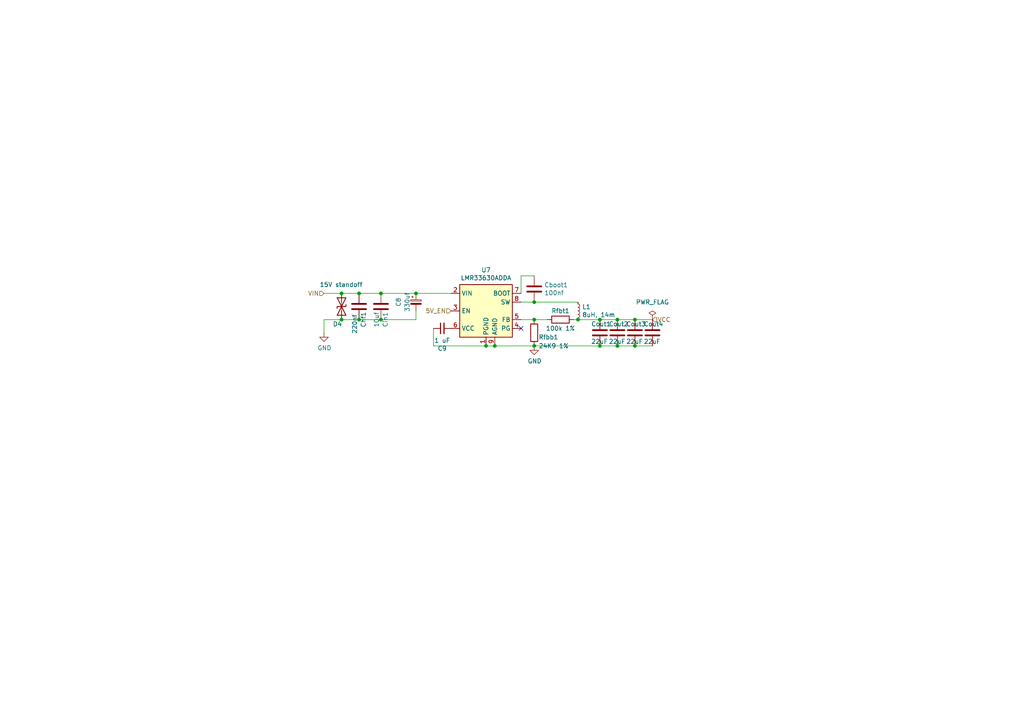
<source format=kicad_sch>
(kicad_sch (version 20211123) (generator eeschema)
  (paper "A4")
  (lib_symbols
    (symbol "Device:C" (pin_numbers hide) (pin_names (offset 0.254))
      (property "Reference" "C" (at 0.635 2.54 0))
      (property "Value" "C" (at 0.635 -2.54 0))
      (symbol "C_0_1"
        (polyline (pts (xy -2.032 -0.762) (xy 2.032 -0.762)) (stroke (width 0.508)))
        (polyline (pts (xy -2.032 0.762) (xy 2.032 0.762)) (stroke (width 0.508)))
      )
      (symbol "C_1_1"
        (pin passive line (at 0 3.81 270) (length 2.794) (name "~") (number "1"))
        (pin passive line (at 0 -3.81 90) (length 2.794) (name "~") (number "2"))
      )
    )
    (symbol "Device:C_Polarized_Small" (pin_numbers hide) (pin_names (offset 0.254) hide)
      (property "Reference" "C" (at 0.254 1.778 0))
      (property "Value" "C_Polarized_Small" (at 0.254 -2.032 0))
      (symbol "C_Polarized_Small_0_1"
        (rectangle (start -1.524 -0.3048) (end 1.524 -0.6858) (fill (type outline)))
        (rectangle (start -1.524 0.6858) (end 1.524 0.3048))
        (polyline (pts (xy -1.27 1.524) (xy -0.762 1.524)))
        (polyline (pts (xy -1.016 1.27) (xy -1.016 1.778)))
      )
      (symbol "C_Polarized_Small_1_1"
        (pin passive line (at 0 2.54 270) (length 1.8542) (name "~") (number "1"))
        (pin passive line (at 0 -2.54 90) (length 1.8542) (name "~") (number "2"))
      )
    )
    (symbol "Device:C_Small" (pin_numbers hide) (pin_names (offset 0.254) hide)
      (property "Reference" "C" (at 0.254 1.778 0))
      (property "Value" "C_Small" (at 0.254 -2.032 0))
      (symbol "C_Small_0_1"
        (polyline (pts (xy -1.524 -0.508) (xy 1.524 -0.508)) (stroke (width 0.3302)))
        (polyline (pts (xy -1.524 0.508) (xy 1.524 0.508)) (stroke (width 0.3048)))
      )
      (symbol "C_Small_1_1"
        (pin passive line (at 0 2.54 270) (length 2.032) (name "~") (number "1"))
        (pin passive line (at 0 -2.54 90) (length 2.032) (name "~") (number "2"))
      )
    )
    (symbol "Device:D_TVS" (pin_numbers hide) (pin_names (offset 1.016) hide)
      (property "Reference" "D" (at 0 2.54 0))
      (property "Value" "D_TVS" (at 0 -2.54 0))
      (symbol "D_TVS_0_1"
        (polyline (pts (xy 1.27 0) (xy -1.27 0)))
        (polyline (pts (xy 0.508 1.27) (xy 0 1.27) (xy 0 -1.27) (xy -0.508 -1.27)) (stroke (width 0.254)))
        (polyline (pts (xy -2.54 1.27) (xy -2.54 -1.27) (xy 2.54 1.27) (xy 2.54 -1.27) (xy -2.54 1.27)) (stroke (width 0.254)))
      )
      (symbol "D_TVS_1_1"
        (pin passive line (at -3.81 0 0) (length 2.54) (name "A1") (number "1"))
        (pin passive line (at 3.81 0 180) (length 2.54) (name "A2") (number "2"))
      )
    )
    (symbol "Device:L_Small" (pin_numbers hide) (pin_names (offset 0.254) hide)
      (property "Reference" "L" (at 0.762 1.016 0))
      (property "Value" "L_Small" (at 0.762 -1.016 0))
      (symbol "L_Small_0_1"
        (arc (start 0 -2.032) (mid 0.508 -1.524) (end 0 -1.016))
        (arc (start 0 -1.016) (mid 0.508 -0.508) (end 0 0))
        (arc (start 0 0) (mid 0.508 0.508) (end 0 1.016))
        (arc (start 0 1.016) (mid 0.508 1.524) (end 0 2.032))
      )
      (symbol "L_Small_1_1"
        (pin passive line (at 0 2.54 270) (length 0.508) (name "~") (number "1"))
        (pin passive line (at 0 -2.54 90) (length 0.508) (name "~") (number "2"))
      )
    )
    (symbol "Device:R" (pin_numbers hide) (pin_names (offset 0))
      (property "Reference" "R" (at 2.032 0 90))
      (property "Value" "R" (at 0 0 90))
      (symbol "R_0_1"
        (rectangle (start -1.016 -2.54) (end 1.016 2.54) (stroke (width 0.254)))
      )
      (symbol "R_1_1"
        (pin passive line (at 0 3.81 270) (length 1.27) (name "~") (number "1"))
        (pin passive line (at 0 -3.81 90) (length 1.27) (name "~") (number "2"))
      )
    )
    (symbol "Regulators:LMR33630ADDA"
      (property "Reference" "U" (at 0 11.43 0))
      (property "Value" "LMR33630ADDA" (at 0 8.89 0))
      (symbol "LMR33630ADDA_0_1"
        (rectangle (start -7.62 7.62) (end 7.62 -7.62) (stroke (width 0.254)) (fill (type background)))
      )
      (symbol "LMR33630ADDA_1_1"
        (pin power_in line (at 0 -10.16 90) (length 2.54) (name "PGND") (number "1"))
        (pin power_in line (at -10.16 5.08 0) (length 2.54) (name "VIN") (number "2"))
        (pin input line (at -10.16 0 0) (length 2.54) (name "EN") (number "3"))
        (pin open_collector line (at 10.16 -5.08 180) (length 2.54) (name "PG") (number "4"))
        (pin input line (at 10.16 -2.54 180) (length 2.54) (name "FB") (number "5"))
        (pin power_out line (at -10.16 -5.08 0) (length 2.54) (name "VCC") (number "6"))
        (pin input line (at 10.16 5.08 180) (length 2.54) (name "BOOT") (number "7"))
        (pin output line (at 10.16 2.54 180) (length 2.54) (name "SW") (number "8"))
        (pin power_in line (at 2.54 -10.16 90) (length 2.54) (name "AGND") (number "9"))
      )
    )
    (symbol "power:GND" (power) (pin_names (offset 0))
      (property "Value" "GND" (at 0 -3.81 0))
      (symbol "GND_0_1"
        (polyline (pts (xy 0 0) (xy 0 -1.27) (xy 1.27 -1.27) (xy 0 -2.54) (xy -1.27 -1.27) (xy 0 -1.27)))
      )
      (symbol "GND_1_1"
        (pin power_in line (at 0 0 270) (length 0) hide (name "GND") (number "1"))
      )
    )
    (symbol "power:PWR_FLAG" (power) (pin_numbers hide) (pin_names (offset 0) hide)
      (property "Value" "PWR_FLAG" (at 0 3.81 0))
      (symbol "PWR_FLAG_0_0"
        (pin power_out line (at 0 0 90) (length 0) (name "pwr") (number "1"))
      )
      (symbol "PWR_FLAG_0_1"
        (polyline (pts (xy 0 0) (xy 0 1.27) (xy -1.016 1.905) (xy 0 2.54) (xy 1.016 1.905) (xy 0 1.27)))
      )
    )
  )
  (junction (at 167.64 92.71))
  (junction (at 179.07 92.71))
  (junction (at 154.94 100.33))
  (junction (at 104.14 85.09))
  (junction (at 140.97 100.33))
  (junction (at 184.15 92.71))
  (junction (at 110.49 85.09))
  (junction (at 99.06 92.71))
  (junction (at 173.99 92.71))
  (junction (at 120.65 85.09))
  (junction (at 104.14 92.71))
  (junction (at 173.99 100.33))
  (junction (at 184.15 100.33))
  (junction (at 179.07 100.33))
  (junction (at 143.51 100.33))
  (junction (at 110.49 92.71))
  (junction (at 154.94 87.63))
  (junction (at 154.94 92.71))
  (junction (at 99.06 85.09))
  (no_connect (at 151.13 95.25))
  (wire (pts (xy 166.37 92.71) (xy 167.64 92.71)))
  (wire (pts (xy 110.49 92.71) (xy 120.65 92.71)))
  (wire (pts (xy 173.99 100.33) (xy 179.07 100.33)))
  (wire (pts (xy 154.94 92.71) (xy 151.13 92.71)))
  (wire (pts (xy 93.98 92.71) (xy 99.06 92.71)))
  (wire (pts (xy 93.98 92.71) (xy 93.98 96.52)))
  (wire (pts (xy 125.73 100.33) (xy 125.73 95.25)))
  (wire (pts (xy 158.75 92.71) (xy 154.94 92.71)))
  (wire (pts (xy 104.14 92.71) (xy 110.49 92.71)))
  (wire (pts (xy 143.51 100.33) (xy 140.97 100.33)))
  (wire (pts (xy 154.94 100.33) (xy 173.99 100.33)))
  (wire (pts (xy 154.94 80.01) (xy 151.13 80.01)))
  (wire (pts (xy 179.07 92.71) (xy 173.99 92.71)))
  (wire (pts (xy 104.14 85.09) (xy 110.49 85.09)))
  (wire (pts (xy 99.06 85.09) (xy 104.14 85.09)))
  (wire (pts (xy 99.06 92.71) (xy 104.14 92.71)))
  (wire (pts (xy 179.07 100.33) (xy 184.15 100.33)))
  (wire (pts (xy 151.13 80.01) (xy 151.13 85.09)))
  (wire (pts (xy 143.51 100.33) (xy 154.94 100.33)))
  (wire (pts (xy 93.98 85.09) (xy 99.06 85.09)))
  (wire (pts (xy 110.49 85.09) (xy 120.65 85.09)))
  (wire (pts (xy 151.13 87.63) (xy 154.94 87.63)))
  (wire (pts (xy 167.64 92.71) (xy 173.99 92.71)))
  (wire (pts (xy 167.64 87.63) (xy 154.94 87.63)))
  (wire (pts (xy 120.65 92.71) (xy 120.65 90.17)))
  (wire (pts (xy 120.65 85.09) (xy 130.81 85.09)))
  (wire (pts (xy 140.97 100.33) (xy 125.73 100.33)))
  (wire (pts (xy 184.15 92.71) (xy 179.07 92.71)))
  (wire (pts (xy 189.23 92.71) (xy 184.15 92.71)))
  (wire (pts (xy 184.15 100.33) (xy 189.23 100.33)))
  (hierarchical_label "VIN" (shape input) (at 93.98 85.09 180))
  (hierarchical_label "VCC" (shape input) (at 189.23 92.71 0))
  (hierarchical_label "5V_EN" (shape input) (at 130.81 90.17 180))
  (symbol (lib_id "Device:C") (at 154.94 83.82 0) (unit 1)
    (property "Reference" "Cboot1" (at 157.861 82.6516 0) (effects (justify left)))
    (property "Value" "100nf" (at 157.861 84.963 0) (effects (justify left)))
    (property "Footprint" "Capacitor_SMD:C_0402_1005Metric" (effects hide))
    (property "LCSC" "C1525 " (effects hide))
  )
  (symbol (lib_id "power:PWR_FLAG") (at 189.23 92.71 0) (unit 1)
    (property "Reference" "#FLG?" (effects hide))
    (property "Value" "PWR_FLAG" (at 189.23 87.63 0))
  )
  (symbol (lib_id "Device:C") (at 173.99 96.52 0) (unit 1)
    (property "Reference" "Cout1" (at 171.45 93.98 0) (effects (justify left)))
    (property "Value" "22uF" (at 171.45 99.06 0) (effects (justify left)))
    (property "Footprint" "Capacitor_SMD:C_0805_2012Metric" (effects hide))
    (property "LCSC" "C45783" (effects hide))
  )
  (symbol (lib_id "Device:C") (at 184.15 96.52 0) (unit 1)
    (property "Reference" "Cout3" (at 181.61 93.98 0) (effects (justify left)))
    (property "Value" "22uF" (at 181.61 99.06 0) (effects (justify left)))
    (property "Footprint" "Capacitor_SMD:C_0805_2012Metric" (effects hide))
    (property "LCSC" "C45783" (effects hide))
  )
  (symbol (lib_id "Device:C_Small") (at 128.27 95.25 90) (unit 1)
    (property "Reference" "C9" (at 128.27 101.0666 90))
    (property "Value" "1 uF" (at 128.27 98.7552 90))
    (property "Footprint" "Capacitor_SMD:C_0805_2012Metric" (effects hide))
    (property "Datasheet" "https://datasheet.lcsc.com/lcsc/1810191216_Samsung-Electro-Mechanics-CL21B105KBFNNNE_C28323.pdf" (effects hide))
    (property "LCSC" "C28323" (effects hide))
  )
  (symbol (lib_id "Device:C") (at 110.49 88.9 180) (unit 1)
    (property "Reference" "Cin1" (at 111.76 92.71 90))
    (property "Value" "10uf" (at 109.22 92.71 90))
    (property "Footprint" "Capacitor_SMD:C_0805_2012Metric" (effects hide))
    (property "LCSC" "C440198" (effects hide))
  )
  (symbol (lib_id "Device:C_Polarized_Small") (at 120.65 87.63 0) (unit 1) (in_bom no)
    (property "Reference" "C8" (at 115.57 87.63 90))
    (property "Value" "330uf" (at 118.11 87.63 90))
    (property "Footprint" "Capacitor_THT:CP_Radial_D8.0mm_P3.50mm" (effects hide))
  )
  (symbol (lib_id "Device:R") (at 162.56 92.71 90) (unit 1)
    (property "Reference" "Rfbt1" (at 162.56 90.17 90))
    (property "Value" "100k 1%" (at 162.56 95.25 90))
    (property "Footprint" "Resistor_SMD:R_0402_1005Metric" (effects hide))
    (property "LCSC" "C25741" (effects hide))
  )
  (symbol (lib_id "Regulators:LMR33630ADDA") (at 140.97 90.17 0) (unit 1)
    (property "Reference" "U7" (at 140.97 78.3082 0))
    (property "Value" "LMR33630ADDA" (at 140.97 80.6196 0))
    (property "Footprint" "Modules:Texas_HSOP-8-1EP_3.9x4.9mm_P1.27mm_ThermalVias" (effects hide))
    (property "Datasheet" "https://datasheet.lcsc.com/lcsc/2303021030_Texas-Instruments-LMR33630ADDAR_C841384.pdf" (effects hide))
    (property "LCSC" "C841384" (effects hide))
  )
  (symbol (lib_id "Device:C") (at 179.07 96.52 0) (unit 1)
    (property "Reference" "Cout2" (at 176.53 93.98 0) (effects (justify left)))
    (property "Value" "22uF" (at 176.53 99.06 0) (effects (justify left)))
    (property "Footprint" "Capacitor_SMD:C_0805_2012Metric" (effects hide))
    (property "LCSC" "C45783" (effects hide))
  )
  (symbol (lib_id "power:GND") (at 93.98 96.52 0) (unit 1)
    (property "Reference" "#PWR?" (effects hide))
    (property "Value" "GND" (at 94.107 100.9142 0))
  )
  (symbol (lib_id "Device:C") (at 189.23 96.52 0) (unit 1)
    (property "Reference" "Cout4" (at 186.69 93.98 0) (effects (justify left)))
    (property "Value" "22uF" (at 186.69 99.06 0) (effects (justify left)))
    (property "Footprint" "Capacitor_SMD:C_0805_2012Metric" (effects hide))
    (property "LCSC" "C45783" (effects hide))
  )
  (symbol (lib_id "Device:D_TVS") (at 99.06 88.9 90) (mirror x) (unit 1)
    (property "Reference" "D4" (at 96.52 93.98 90) (effects (justify right)))
    (property "Value" "15V standoff" (at 92.71 82.55 90) (effects (justify right)))
    (property "Footprint" "Diode_SMD:D_SMB" (effects hide))
    (property "Datasheet" "https://datasheet.lcsc.com/szlcsc/MDD-Jiangsu-Yutai-Elec-SMBJ15CA_C113989.pdf" (effects hide))
    (property "LCSC" "C113989" (effects hide))
  )
  (symbol (lib_id "Device:C") (at 104.14 88.9 180) (unit 1)
    (property "Reference" "Chf1" (at 105.41 92.71 90))
    (property "Value" "220nf" (at 102.87 93.98 90))
    (property "Footprint" "Capacitor_SMD:C_0805_2012Metric" (effects hide))
    (property "LCSC" "C5378" (effects hide))
  )
  (symbol (lib_id "Device:R") (at 154.94 96.52 0) (unit 1)
    (property "Reference" "Rfbb1" (at 156.21 97.79 0) (effects (justify left)))
    (property "Value" "24K9 1%" (at 156.21 100.33 0) (effects (justify left)))
    (property "Footprint" "Resistor_SMD:R_0402_1005Metric" (effects hide))
    (property "LCSC" "C25874" (effects hide))
  )
  (symbol (lib_id "power:GND") (at 154.94 100.33 0) (unit 1)
    (property "Reference" "#PWR?" (effects hide))
    (property "Value" "GND" (at 155.067 104.7242 0))
  )
  (symbol (lib_id "Device:L_Small") (at 167.64 90.17 0) (unit 1)
    (property "Reference" "L1" (at 168.8592 89.0016 0) (effects (justify left)))
    (property "Value" "8uH, 14m" (at 168.8592 91.313 0) (effects (justify left)))
    (property "Footprint" "Inductor_SMD:L_Bourns_SRP7028A_7.3x6.6mm" (effects hide))
    (property "LCSC" "C408450" (effects hide))
  )
)
</source>
